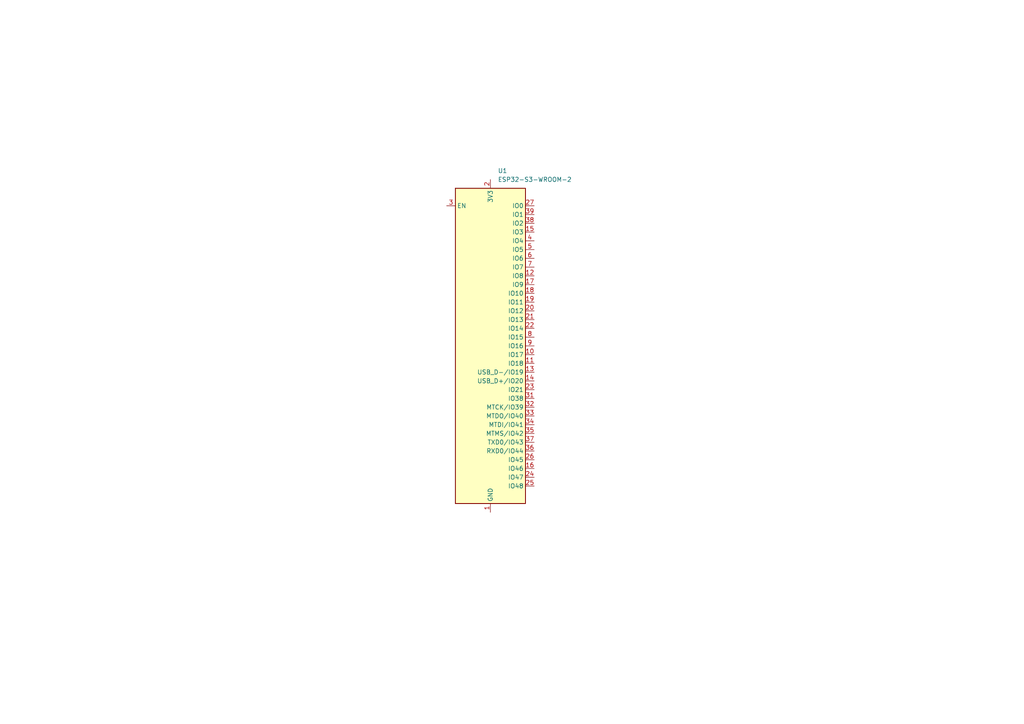
<source format=kicad_sch>
(kicad_sch (version 20250114) (generator "eeschema") (generator_version "9.0")
  (paper "A4")
  (lib_symbols
    (symbol "RF_Module:ESP32-S3-WROOM-2"
      (property "Reference" "U" (at -10.16 45.72 0))
      (property "Value" "ESP32-S3-WROOM-2" (at 2.54 45.72 0))
      (symbol "ESP32-S3-WROOM-2_0_1"
        (rectangle (start -10.16 45.72) (end 10.16 -45.72) (stroke (width 0.254)) (fill (type background)))
      )
      (symbol "ESP32-S3-WROOM-2_1_1"
        (pin input line (at -12.7 40.64 0) (length 2.54) (name "EN") (number "3"))
        (pin no_connect line (at -10.16 -35.56 0) (length 2.54) (hide yes) (name "NC") (number "28"))
        (pin no_connect line (at -10.16 -38.1 0) (length 2.54) (hide yes) (name "NC") (number "29"))
        (pin no_connect line (at -10.16 -40.64 0) (length 2.54) (hide yes) (name "NC") (number "30"))
        (pin power_in line (at 0 48.26 270) (length 2.54) (name "3V3") (number "2"))
        (pin power_in line (at 0 -48.26 90) (length 2.54) (name "GND") (number "1"))
        (pin passive line (at 0 -48.26 90) (length 2.54) (hide yes) (name "GND") (number "40"))
        (pin passive line (at 0 -48.26 90) (length 2.54) (hide yes) (name "GND") (number "41"))
        (pin bidirectional line (at 12.7 40.64 180) (length 2.54) (name "IO0") (number "27"))
        (pin bidirectional line (at 12.7 38.1 180) (length 2.54) (name "IO1") (number "39"))
        (pin bidirectional line (at 12.7 35.56 180) (length 2.54) (name "IO2") (number "38"))
        (pin bidirectional line (at 12.7 33.02 180) (length 2.54) (name "IO3") (number "15"))
        (pin bidirectional line (at 12.7 30.48 180) (length 2.54) (name "IO4") (number "4"))
        (pin bidirectional line (at 12.7 27.94 180) (length 2.54) (name "IO5") (number "5"))
        (pin bidirectional line (at 12.7 25.4 180) (length 2.54) (name "IO6") (number "6"))
        (pin bidirectional line (at 12.7 22.86 180) (length 2.54) (name "IO7") (number "7"))
        (pin bidirectional line (at 12.7 20.32 180) (length 2.54) (name "IO8") (number "12"))
        (pin bidirectional line (at 12.7 17.78 180) (length 2.54) (name "IO9") (number "17"))
        (pin bidirectional line (at 12.7 15.24 180) (length 2.54) (name "IO10") (number "18"))
        (pin bidirectional line (at 12.7 12.7 180) (length 2.54) (name "IO11") (number "19"))
        (pin bidirectional line (at 12.7 10.16 180) (length 2.54) (name "IO12") (number "20"))
        (pin bidirectional line (at 12.7 7.62 180) (length 2.54) (name "IO13") (number "21"))
        (pin bidirectional line (at 12.7 5.08 180) (length 2.54) (name "IO14") (number "22"))
        (pin bidirectional line (at 12.7 2.54 180) (length 2.54) (name "IO15") (number "8"))
        (pin bidirectional line (at 12.7 0 180) (length 2.54) (name "IO16") (number "9"))
        (pin bidirectional line (at 12.7 -2.54 180) (length 2.54) (name "IO17") (number "10"))
        (pin bidirectional line (at 12.7 -5.08 180) (length 2.54) (name "IO18") (number "11"))
        (pin bidirectional line (at 12.7 -7.62 180) (length 2.54) (name "USB_D-/IO19") (number "13"))
        (pin bidirectional line (at 12.7 -10.16 180) (length 2.54) (name "USB_D+/IO20") (number "14"))
        (pin bidirectional line (at 12.7 -12.7 180) (length 2.54) (name "IO21") (number "23"))
        (pin bidirectional line (at 12.7 -15.24 180) (length 2.54) (name "IO38") (number "31"))
        (pin bidirectional line (at 12.7 -17.78 180) (length 2.54) (name "MTCK/IO39") (number "32"))
        (pin bidirectional line (at 12.7 -20.32 180) (length 2.54) (name "MTDO/IO40") (number "33"))
        (pin bidirectional line (at 12.7 -22.86 180) (length 2.54) (name "MTDI/IO41") (number "34"))
        (pin bidirectional line (at 12.7 -25.4 180) (length 2.54) (name "MTMS/IO42") (number "35"))
        (pin bidirectional line (at 12.7 -27.94 180) (length 2.54) (name "TXD0/IO43") (number "37"))
        (pin bidirectional line (at 12.7 -30.48 180) (length 2.54) (name "RXD0/IO44") (number "36"))
        (pin bidirectional line (at 12.7 -33.02 180) (length 2.54) (name "IO45") (number "26"))
        (pin bidirectional line (at 12.7 -35.56 180) (length 2.54) (name "IO46") (number "16"))
        (pin bidirectional line (at 12.7 -38.1 180) (length 2.54) (name "IO47") (number "24"))
        (pin bidirectional line (at 12.7 -40.64 180) (length 2.54) (name "IO48") (number "25"))
      )
    )
  )
  (symbol (lib_id "RF_Module:ESP32-S3-WROOM-2") (at 142.24 100.33 0) (unit 1)
    (property "Reference" "U1" (at 144.3833 49.53 0) (effects (justify left)))
    (property "Value" "ESP32-S3-WROOM-2" (at 144.3833 52.07 0) (effects (justify left)))
    (property "Footprint" "RF_Module:ESP32-S3-WROOM-2" (effects (hide yes)))
    (property "Datasheet" "https://www.espressif.com/sites/default/files/documentation/esp32-s3-wroom-2_datasheet_en.pdf" (effects (hide yes)))
    (property "Description" "RF Module, 2.4 GHz, Wi­-Fi, Bluetooth, BLE, ESP32­-S3R8V" (effects (hide yes)))
  )
)
</source>
